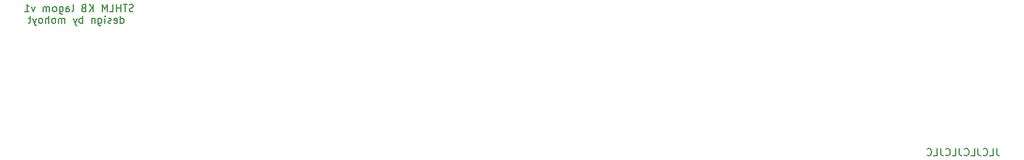
<source format=gbo>
G04 #@! TF.GenerationSoftware,KiCad,Pcbnew,(6.0.0-0)*
G04 #@! TF.CreationDate,2022-10-17T22:45:47+02:00*
G04 #@! TF.ProjectId,lagom_plate,6c61676f-6d5f-4706-9c61-74652e6b6963,rev?*
G04 #@! TF.SameCoordinates,Original*
G04 #@! TF.FileFunction,Legend,Bot*
G04 #@! TF.FilePolarity,Positive*
%FSLAX46Y46*%
G04 Gerber Fmt 4.6, Leading zero omitted, Abs format (unit mm)*
G04 Created by KiCad (PCBNEW (6.0.0-0)) date 2022-10-17 22:45:47*
%MOMM*%
%LPD*%
G01*
G04 APERTURE LIST*
%ADD10C,0.150000*%
%ADD11C,2.200000*%
G04 APERTURE END LIST*
D10*
X215545833Y-126137261D02*
X215402976Y-126184880D01*
X215164880Y-126184880D01*
X215069642Y-126137261D01*
X215022023Y-126089642D01*
X214974404Y-125994404D01*
X214974404Y-125899166D01*
X215022023Y-125803928D01*
X215069642Y-125756309D01*
X215164880Y-125708690D01*
X215355357Y-125661071D01*
X215450595Y-125613452D01*
X215498214Y-125565833D01*
X215545833Y-125470595D01*
X215545833Y-125375357D01*
X215498214Y-125280119D01*
X215450595Y-125232500D01*
X215355357Y-125184880D01*
X215117261Y-125184880D01*
X214974404Y-125232500D01*
X214688690Y-125184880D02*
X214117261Y-125184880D01*
X214402976Y-126184880D02*
X214402976Y-125184880D01*
X213783928Y-126184880D02*
X213783928Y-125184880D01*
X213783928Y-125661071D02*
X213212500Y-125661071D01*
X213212500Y-126184880D02*
X213212500Y-125184880D01*
X212260119Y-126184880D02*
X212736309Y-126184880D01*
X212736309Y-125184880D01*
X211926785Y-126184880D02*
X211926785Y-125184880D01*
X211593452Y-125899166D01*
X211260119Y-125184880D01*
X211260119Y-126184880D01*
X210022023Y-126184880D02*
X210022023Y-125184880D01*
X209450595Y-126184880D02*
X209879166Y-125613452D01*
X209450595Y-125184880D02*
X210022023Y-125756309D01*
X208688690Y-125661071D02*
X208545833Y-125708690D01*
X208498214Y-125756309D01*
X208450595Y-125851547D01*
X208450595Y-125994404D01*
X208498214Y-126089642D01*
X208545833Y-126137261D01*
X208641071Y-126184880D01*
X209022023Y-126184880D01*
X209022023Y-125184880D01*
X208688690Y-125184880D01*
X208593452Y-125232500D01*
X208545833Y-125280119D01*
X208498214Y-125375357D01*
X208498214Y-125470595D01*
X208545833Y-125565833D01*
X208593452Y-125613452D01*
X208688690Y-125661071D01*
X209022023Y-125661071D01*
X207117261Y-126184880D02*
X207212500Y-126137261D01*
X207260119Y-126042023D01*
X207260119Y-125184880D01*
X206307738Y-126184880D02*
X206307738Y-125661071D01*
X206355357Y-125565833D01*
X206450595Y-125518214D01*
X206641071Y-125518214D01*
X206736309Y-125565833D01*
X206307738Y-126137261D02*
X206402976Y-126184880D01*
X206641071Y-126184880D01*
X206736309Y-126137261D01*
X206783928Y-126042023D01*
X206783928Y-125946785D01*
X206736309Y-125851547D01*
X206641071Y-125803928D01*
X206402976Y-125803928D01*
X206307738Y-125756309D01*
X205402976Y-125518214D02*
X205402976Y-126327738D01*
X205450595Y-126422976D01*
X205498214Y-126470595D01*
X205593452Y-126518214D01*
X205736309Y-126518214D01*
X205831547Y-126470595D01*
X205402976Y-126137261D02*
X205498214Y-126184880D01*
X205688690Y-126184880D01*
X205783928Y-126137261D01*
X205831547Y-126089642D01*
X205879166Y-125994404D01*
X205879166Y-125708690D01*
X205831547Y-125613452D01*
X205783928Y-125565833D01*
X205688690Y-125518214D01*
X205498214Y-125518214D01*
X205402976Y-125565833D01*
X204783928Y-126184880D02*
X204879166Y-126137261D01*
X204926785Y-126089642D01*
X204974404Y-125994404D01*
X204974404Y-125708690D01*
X204926785Y-125613452D01*
X204879166Y-125565833D01*
X204783928Y-125518214D01*
X204641071Y-125518214D01*
X204545833Y-125565833D01*
X204498214Y-125613452D01*
X204450595Y-125708690D01*
X204450595Y-125994404D01*
X204498214Y-126089642D01*
X204545833Y-126137261D01*
X204641071Y-126184880D01*
X204783928Y-126184880D01*
X204022023Y-126184880D02*
X204022023Y-125518214D01*
X204022023Y-125613452D02*
X203974404Y-125565833D01*
X203879166Y-125518214D01*
X203736309Y-125518214D01*
X203641071Y-125565833D01*
X203593452Y-125661071D01*
X203593452Y-126184880D01*
X203593452Y-125661071D02*
X203545833Y-125565833D01*
X203450595Y-125518214D01*
X203307738Y-125518214D01*
X203212500Y-125565833D01*
X203164880Y-125661071D01*
X203164880Y-126184880D01*
X202022023Y-125518214D02*
X201783928Y-126184880D01*
X201545833Y-125518214D01*
X200641071Y-126184880D02*
X201212500Y-126184880D01*
X200926785Y-126184880D02*
X200926785Y-125184880D01*
X201022023Y-125327738D01*
X201117261Y-125422976D01*
X201212500Y-125470595D01*
X213760119Y-127794880D02*
X213760119Y-126794880D01*
X213760119Y-127747261D02*
X213855357Y-127794880D01*
X214045833Y-127794880D01*
X214141071Y-127747261D01*
X214188690Y-127699642D01*
X214236309Y-127604404D01*
X214236309Y-127318690D01*
X214188690Y-127223452D01*
X214141071Y-127175833D01*
X214045833Y-127128214D01*
X213855357Y-127128214D01*
X213760119Y-127175833D01*
X212902976Y-127747261D02*
X212998214Y-127794880D01*
X213188690Y-127794880D01*
X213283928Y-127747261D01*
X213331547Y-127652023D01*
X213331547Y-127271071D01*
X213283928Y-127175833D01*
X213188690Y-127128214D01*
X212998214Y-127128214D01*
X212902976Y-127175833D01*
X212855357Y-127271071D01*
X212855357Y-127366309D01*
X213331547Y-127461547D01*
X212474404Y-127747261D02*
X212379166Y-127794880D01*
X212188690Y-127794880D01*
X212093452Y-127747261D01*
X212045833Y-127652023D01*
X212045833Y-127604404D01*
X212093452Y-127509166D01*
X212188690Y-127461547D01*
X212331547Y-127461547D01*
X212426785Y-127413928D01*
X212474404Y-127318690D01*
X212474404Y-127271071D01*
X212426785Y-127175833D01*
X212331547Y-127128214D01*
X212188690Y-127128214D01*
X212093452Y-127175833D01*
X211617261Y-127794880D02*
X211617261Y-127128214D01*
X211617261Y-126794880D02*
X211664880Y-126842500D01*
X211617261Y-126890119D01*
X211569642Y-126842500D01*
X211617261Y-126794880D01*
X211617261Y-126890119D01*
X210712500Y-127128214D02*
X210712500Y-127937738D01*
X210760119Y-128032976D01*
X210807738Y-128080595D01*
X210902976Y-128128214D01*
X211045833Y-128128214D01*
X211141071Y-128080595D01*
X210712500Y-127747261D02*
X210807738Y-127794880D01*
X210998214Y-127794880D01*
X211093452Y-127747261D01*
X211141071Y-127699642D01*
X211188690Y-127604404D01*
X211188690Y-127318690D01*
X211141071Y-127223452D01*
X211093452Y-127175833D01*
X210998214Y-127128214D01*
X210807738Y-127128214D01*
X210712500Y-127175833D01*
X210236309Y-127128214D02*
X210236309Y-127794880D01*
X210236309Y-127223452D02*
X210188690Y-127175833D01*
X210093452Y-127128214D01*
X209950595Y-127128214D01*
X209855357Y-127175833D01*
X209807738Y-127271071D01*
X209807738Y-127794880D01*
X208569642Y-127794880D02*
X208569642Y-126794880D01*
X208569642Y-127175833D02*
X208474404Y-127128214D01*
X208283928Y-127128214D01*
X208188690Y-127175833D01*
X208141071Y-127223452D01*
X208093452Y-127318690D01*
X208093452Y-127604404D01*
X208141071Y-127699642D01*
X208188690Y-127747261D01*
X208283928Y-127794880D01*
X208474404Y-127794880D01*
X208569642Y-127747261D01*
X207760119Y-127128214D02*
X207522023Y-127794880D01*
X207283928Y-127128214D02*
X207522023Y-127794880D01*
X207617261Y-128032976D01*
X207664880Y-128080595D01*
X207760119Y-128128214D01*
X206141071Y-127794880D02*
X206141071Y-127128214D01*
X206141071Y-127223452D02*
X206093452Y-127175833D01*
X205998214Y-127128214D01*
X205855357Y-127128214D01*
X205760119Y-127175833D01*
X205712500Y-127271071D01*
X205712500Y-127794880D01*
X205712500Y-127271071D02*
X205664880Y-127175833D01*
X205569642Y-127128214D01*
X205426785Y-127128214D01*
X205331547Y-127175833D01*
X205283928Y-127271071D01*
X205283928Y-127794880D01*
X204664880Y-127794880D02*
X204760119Y-127747261D01*
X204807738Y-127699642D01*
X204855357Y-127604404D01*
X204855357Y-127318690D01*
X204807738Y-127223452D01*
X204760119Y-127175833D01*
X204664880Y-127128214D01*
X204522023Y-127128214D01*
X204426785Y-127175833D01*
X204379166Y-127223452D01*
X204331547Y-127318690D01*
X204331547Y-127604404D01*
X204379166Y-127699642D01*
X204426785Y-127747261D01*
X204522023Y-127794880D01*
X204664880Y-127794880D01*
X203902976Y-127794880D02*
X203902976Y-126794880D01*
X203474404Y-127794880D02*
X203474404Y-127271071D01*
X203522023Y-127175833D01*
X203617261Y-127128214D01*
X203760119Y-127128214D01*
X203855357Y-127175833D01*
X203902976Y-127223452D01*
X202855357Y-127794880D02*
X202950595Y-127747261D01*
X202998214Y-127699642D01*
X203045833Y-127604404D01*
X203045833Y-127318690D01*
X202998214Y-127223452D01*
X202950595Y-127175833D01*
X202855357Y-127128214D01*
X202712500Y-127128214D01*
X202617261Y-127175833D01*
X202569642Y-127223452D01*
X202522023Y-127318690D01*
X202522023Y-127604404D01*
X202569642Y-127699642D01*
X202617261Y-127747261D01*
X202712500Y-127794880D01*
X202855357Y-127794880D01*
X202188690Y-127128214D02*
X201950595Y-127794880D01*
X201712500Y-127128214D02*
X201950595Y-127794880D01*
X202045833Y-128032976D01*
X202093452Y-128080595D01*
X202188690Y-128128214D01*
X201474404Y-127128214D02*
X201093452Y-127128214D01*
X201331547Y-126794880D02*
X201331547Y-127652023D01*
X201283928Y-127747261D01*
X201188690Y-127794880D01*
X201093452Y-127794880D01*
X334094047Y-145089880D02*
X334094047Y-145804166D01*
X334141666Y-145947023D01*
X334236904Y-146042261D01*
X334379761Y-146089880D01*
X334475000Y-146089880D01*
X333141666Y-146089880D02*
X333617857Y-146089880D01*
X333617857Y-145089880D01*
X332236904Y-145994642D02*
X332284523Y-146042261D01*
X332427380Y-146089880D01*
X332522619Y-146089880D01*
X332665476Y-146042261D01*
X332760714Y-145947023D01*
X332808333Y-145851785D01*
X332855952Y-145661309D01*
X332855952Y-145518452D01*
X332808333Y-145327976D01*
X332760714Y-145232738D01*
X332665476Y-145137500D01*
X332522619Y-145089880D01*
X332427380Y-145089880D01*
X332284523Y-145137500D01*
X332236904Y-145185119D01*
X331522619Y-145089880D02*
X331522619Y-145804166D01*
X331570238Y-145947023D01*
X331665476Y-146042261D01*
X331808333Y-146089880D01*
X331903571Y-146089880D01*
X330570238Y-146089880D02*
X331046428Y-146089880D01*
X331046428Y-145089880D01*
X329665476Y-145994642D02*
X329713095Y-146042261D01*
X329855952Y-146089880D01*
X329951190Y-146089880D01*
X330094047Y-146042261D01*
X330189285Y-145947023D01*
X330236904Y-145851785D01*
X330284523Y-145661309D01*
X330284523Y-145518452D01*
X330236904Y-145327976D01*
X330189285Y-145232738D01*
X330094047Y-145137500D01*
X329951190Y-145089880D01*
X329855952Y-145089880D01*
X329713095Y-145137500D01*
X329665476Y-145185119D01*
X328951190Y-145089880D02*
X328951190Y-145804166D01*
X328998809Y-145947023D01*
X329094047Y-146042261D01*
X329236904Y-146089880D01*
X329332142Y-146089880D01*
X327998809Y-146089880D02*
X328475000Y-146089880D01*
X328475000Y-145089880D01*
X327094047Y-145994642D02*
X327141666Y-146042261D01*
X327284523Y-146089880D01*
X327379761Y-146089880D01*
X327522619Y-146042261D01*
X327617857Y-145947023D01*
X327665476Y-145851785D01*
X327713095Y-145661309D01*
X327713095Y-145518452D01*
X327665476Y-145327976D01*
X327617857Y-145232738D01*
X327522619Y-145137500D01*
X327379761Y-145089880D01*
X327284523Y-145089880D01*
X327141666Y-145137500D01*
X327094047Y-145185119D01*
X326379761Y-145089880D02*
X326379761Y-145804166D01*
X326427380Y-145947023D01*
X326522619Y-146042261D01*
X326665476Y-146089880D01*
X326760714Y-146089880D01*
X325427380Y-146089880D02*
X325903571Y-146089880D01*
X325903571Y-145089880D01*
X324522619Y-145994642D02*
X324570238Y-146042261D01*
X324713095Y-146089880D01*
X324808333Y-146089880D01*
X324951190Y-146042261D01*
X325046428Y-145947023D01*
X325094047Y-145851785D01*
X325141666Y-145661309D01*
X325141666Y-145518452D01*
X325094047Y-145327976D01*
X325046428Y-145232738D01*
X324951190Y-145137500D01*
X324808333Y-145089880D01*
X324713095Y-145089880D01*
X324570238Y-145137500D01*
X324522619Y-145185119D01*
%LPC*%
D11*
X50137500Y-167125000D03*
X128925000Y-167125000D03*
X360512500Y-167125000D03*
X50137500Y-119375000D03*
X360512500Y-74012500D03*
X360512500Y-119375000D03*
X50137500Y-74012500D03*
X50137500Y-74012500D03*
X50137500Y-167125000D03*
X205325000Y-167125000D03*
X281725000Y-167125000D03*
M02*

</source>
